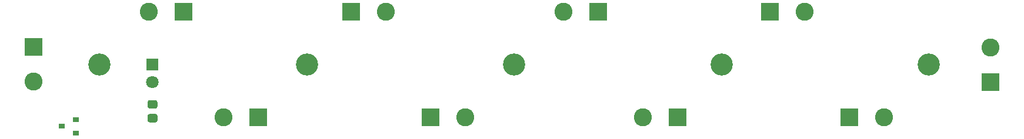
<source format=gbr>
%TF.GenerationSoftware,KiCad,Pcbnew,(5.1.8)-1*%
%TF.CreationDate,2024-08-14T23:48:38+03:00*%
%TF.ProjectId,PwrBus,50777242-7573-42e6-9b69-6361645f7063,rev?*%
%TF.SameCoordinates,Original*%
%TF.FileFunction,Soldermask,Bot*%
%TF.FilePolarity,Negative*%
%FSLAX46Y46*%
G04 Gerber Fmt 4.6, Leading zero omitted, Abs format (unit mm)*
G04 Created by KiCad (PCBNEW (5.1.8)-1) date 2024-08-14 23:48:38*
%MOMM*%
%LPD*%
G01*
G04 APERTURE LIST*
%ADD10C,1.800000*%
%ADD11R,1.800000X1.800000*%
%ADD12C,2.600000*%
%ADD13R,2.600000X2.600000*%
%ADD14C,3.200000*%
%ADD15R,0.900000X0.800000*%
G04 APERTURE END LIST*
%TO.C,R1*%
G36*
G01*
X36010001Y-31715000D02*
X35109999Y-31715000D01*
G75*
G02*
X34860000Y-31465001I0J249999D01*
G01*
X34860000Y-30764999D01*
G75*
G02*
X35109999Y-30515000I249999J0D01*
G01*
X36010001Y-30515000D01*
G75*
G02*
X36260000Y-30764999I0J-249999D01*
G01*
X36260000Y-31465001D01*
G75*
G02*
X36010001Y-31715000I-249999J0D01*
G01*
G37*
G36*
G01*
X36010001Y-33715000D02*
X35109999Y-33715000D01*
G75*
G02*
X34860000Y-33465001I0J249999D01*
G01*
X34860000Y-32764999D01*
G75*
G02*
X35109999Y-32515000I249999J0D01*
G01*
X36010001Y-32515000D01*
G75*
G02*
X36260000Y-32764999I0J-249999D01*
G01*
X36260000Y-33465001D01*
G75*
G02*
X36010001Y-33715000I-249999J0D01*
G01*
G37*
%TD*%
D10*
%TO.C,D1*%
X35560000Y-27940000D03*
D11*
X35560000Y-25400000D03*
%TD*%
D12*
%TO.C,J10*%
X156210000Y-22940000D03*
D13*
X156210000Y-27940000D03*
%TD*%
D12*
%TO.C,J9*%
X129460000Y-17780000D03*
D13*
X124460000Y-17780000D03*
%TD*%
D12*
%TO.C,J8*%
X140890000Y-33020000D03*
D13*
X135890000Y-33020000D03*
%TD*%
D14*
%TO.C,H5*%
X147320000Y-25400000D03*
%TD*%
%TO.C,H4*%
X117475000Y-25400000D03*
%TD*%
%TO.C,H3*%
X87630000Y-25400000D03*
%TD*%
%TO.C,H2*%
X57785000Y-25400000D03*
%TD*%
%TO.C,H1*%
X27940000Y-25400000D03*
%TD*%
D15*
%TO.C,Q1*%
X22495000Y-34290000D03*
X24495000Y-35240000D03*
X24495000Y-33340000D03*
%TD*%
D12*
%TO.C,J7*%
X94695000Y-17780000D03*
D13*
X99695000Y-17780000D03*
%TD*%
D12*
%TO.C,J6*%
X106125000Y-33020000D03*
D13*
X111125000Y-33020000D03*
%TD*%
D12*
%TO.C,J5*%
X69135000Y-17780000D03*
D13*
X64135000Y-17780000D03*
%TD*%
D12*
%TO.C,J4*%
X80565000Y-33020000D03*
D13*
X75565000Y-33020000D03*
%TD*%
D12*
%TO.C,J3*%
X35005000Y-17780000D03*
D13*
X40005000Y-17780000D03*
%TD*%
D12*
%TO.C,J2*%
X45800000Y-33020000D03*
D13*
X50800000Y-33020000D03*
%TD*%
D12*
%TO.C,J1*%
X18415000Y-27860000D03*
D13*
X18415000Y-22860000D03*
%TD*%
M02*

</source>
